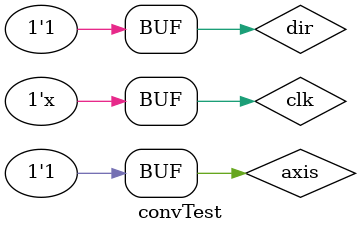
<source format=v>
`timescale 1ns / 1ps


module convTest;

	// Inputs
	reg clk;
	reg dir;
	reg axis;

	// Outputs
	wire [1:0] charDir;

	// Instantiate the Unit Under Test (UUT)
	DirectionConverter uut (
		.clk(clk), 
		.dir(dir), 
		.axis(axis), 
		.charDir(charDir)
	);

	initial begin
		// Initialize Inputs
		clk = 0;
		dir = 0;
		axis = 0;


		// Wait 100 ns for global reset to finish
		#100;
		dir = 1;
		#100
		axis = 1;

	
        
		// Add stimulus here

	end
	
always #5 clk = ~clk;
      
endmodule


</source>
